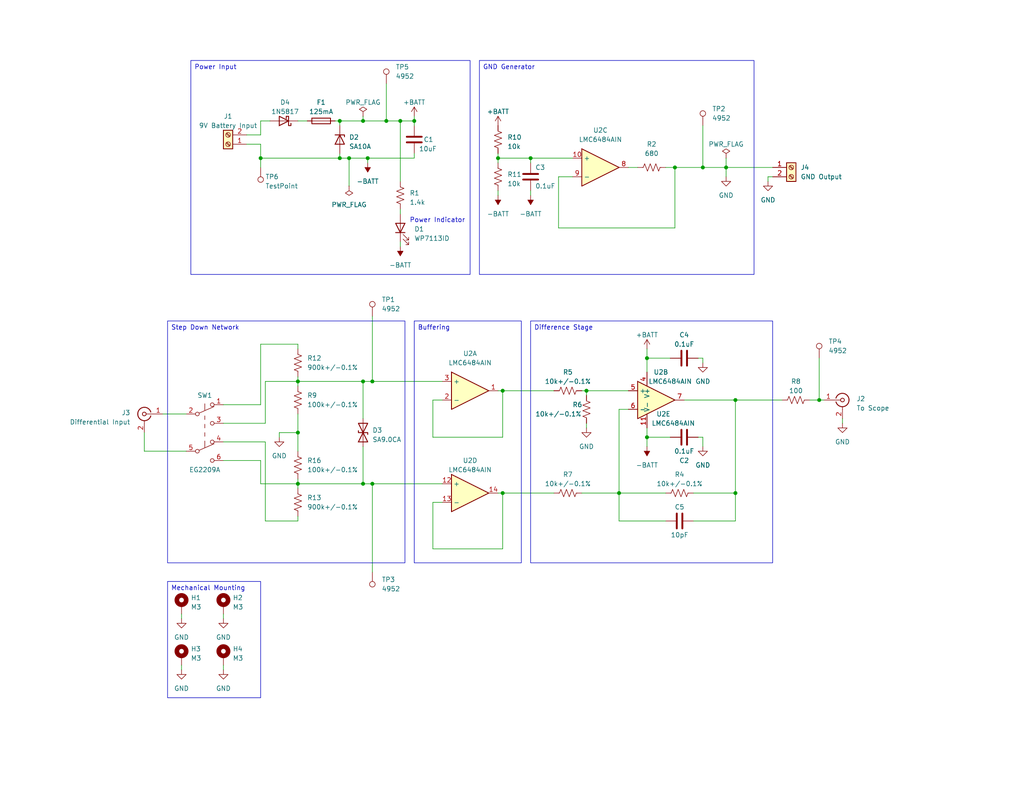
<source format=kicad_sch>
(kicad_sch (version 20230121) (generator eeschema)
  (paper "A")
  (title_block (title "Basic Diff Probe") (date "2023-09-04") (rev "1") (comment 1 "Designed by Marek Newton"))
  (lib_symbols
    (symbol "Connector:Conn_Coaxial" (pin_names (offset 1.016) hide)
      (property "Reference" "J" (at 0.254 3.048 0))
      (property "Value" "Conn_Coaxial" (at 2.921 0 90))
      (symbol "Conn_Coaxial_0_1"
        (arc (start -1.778 -0.508) (mid 0.2311 -1.8066) (end 1.778 0) (stroke (width 0.254)))
        (polyline (pts (xy -2.54 0) (xy -0.508 0)))
        (polyline (pts (xy 0 -2.54) (xy 0 -1.778)))
        (circle (center 0 0) (radius 0.508) (stroke (width 0.2032)))
        (arc (start 1.778 0) (mid 0.2099 1.8101) (end -1.778 0.508) (stroke (width 0.254)))
      )
      (symbol "Conn_Coaxial_1_1"
        (pin passive line (at -5.08 0 0) (length 2.54) (name "In") (number "1"))
        (pin passive line (at 0 -5.08 90) (length 2.54) (name "Ext") (number "2"))
      )
    )
    (symbol "Connector:Screw_Terminal_01x02" (pin_names (offset 1.016) hide)
      (property "Reference" "J" (at 0 2.54 0))
      (property "Value" "Screw_Terminal_01x02" (at 0 -5.08 0))
      (symbol "Screw_Terminal_01x02_1_1"
        (rectangle (start -1.27 1.27) (end 1.27 -3.81) (stroke (width 0.254)) (fill (type background)))
        (circle (center 0 -2.54) (radius 0.635) (stroke (width 0.1524)))
        (polyline (pts (xy -0.5334 -2.2098) (xy 0.3302 -3.048)) (stroke (width 0.1524)))
        (polyline (pts (xy -0.5334 0.3302) (xy 0.3302 -0.508)) (stroke (width 0.1524)))
        (polyline (pts (xy -0.3556 -2.032) (xy 0.508 -2.8702)) (stroke (width 0.1524)))
        (polyline (pts (xy -0.3556 0.508) (xy 0.508 -0.3302)) (stroke (width 0.1524)))
        (circle (center 0 0) (radius 0.635) (stroke (width 0.1524)))
        (pin passive line (at -5.08 0 0) (length 3.81) (name "Pin_1") (number "1"))
        (pin passive line (at -5.08 -2.54 0) (length 3.81) (name "Pin_2") (number "2"))
      )
    )
    (symbol "Connector:TestPoint" (pin_numbers hide) (pin_names (offset 0.762) hide)
      (property "Reference" "TP" (at 0 6.858 0))
      (property "Value" "TestPoint" (at 0 5.08 0))
      (symbol "TestPoint_0_1"
        (circle (center 0 3.302) (radius 0.762))
      )
      (symbol "TestPoint_1_1"
        (pin passive line (at 0 0 90) (length 2.54) (name "1") (number "1"))
      )
    )
    (symbol "Device:C" (pin_numbers hide) (pin_names (offset 0.254))
      (property "Reference" "C" (at 0.635 2.54 0))
      (property "Value" "C" (at 0.635 -2.54 0))
      (symbol "C_0_1"
        (polyline (pts (xy -2.032 -0.762) (xy 2.032 -0.762)) (stroke (width 0.508)))
        (polyline (pts (xy -2.032 0.762) (xy 2.032 0.762)) (stroke (width 0.508)))
      )
      (symbol "C_1_1"
        (pin passive line (at 0 3.81 270) (length 2.794) (name "~") (number "1"))
        (pin passive line (at 0 -3.81 90) (length 2.794) (name "~") (number "2"))
      )
    )
    (symbol "Device:D_TVS" (pin_numbers hide) (pin_names (offset 1.016) hide)
      (property "Reference" "D" (at 0 2.54 0))
      (property "Value" "D_TVS" (at 0 -2.54 0))
      (symbol "D_TVS_0_1"
        (polyline (pts (xy 1.27 0) (xy -1.27 0)))
        (polyline (pts (xy 0.508 1.27) (xy 0 1.27) (xy 0 -1.27) (xy -0.508 -1.27)) (stroke (width 0.254)))
        (polyline (pts (xy -2.54 1.27) (xy -2.54 -1.27) (xy 2.54 1.27) (xy 2.54 -1.27) (xy -2.54 1.27)) (stroke (width 0.254)))
      )
      (symbol "D_TVS_1_1"
        (pin passive line (at -3.81 0 0) (length 2.54) (name "A1") (number "1"))
        (pin passive line (at 3.81 0 180) (length 2.54) (name "A2") (number "2"))
      )
    )
    (symbol "Device:D_Zener" (pin_numbers hide) (pin_names (offset 1.016) hide)
      (property "Reference" "D" (at 0 2.54 0))
      (property "Value" "D_Zener" (at 0 -2.54 0))
      (symbol "D_Zener_0_1"
        (polyline (pts (xy 1.27 0) (xy -1.27 0)))
        (polyline (pts (xy -1.27 -1.27) (xy -1.27 1.27) (xy -0.762 1.27)) (stroke (width 0.254)))
        (polyline (pts (xy 1.27 -1.27) (xy 1.27 1.27) (xy -1.27 0) (xy 1.27 -1.27)) (stroke (width 0.254)))
      )
      (symbol "D_Zener_1_1"
        (pin passive line (at -3.81 0 0) (length 2.54) (name "K") (number "1"))
        (pin passive line (at 3.81 0 180) (length 2.54) (name "A") (number "2"))
      )
    )
    (symbol "Device:Fuse" (pin_numbers hide) (pin_names (offset 0))
      (property "Reference" "F" (at 2.032 0 90))
      (property "Value" "Fuse" (at -1.905 0 90))
      (symbol "Fuse_0_1"
        (rectangle (start -0.762 -2.54) (end 0.762 2.54) (stroke (width 0.254)))
        (polyline (pts (xy 0 2.54) (xy 0 -2.54)))
      )
      (symbol "Fuse_1_1"
        (pin passive line (at 0 3.81 270) (length 1.27) (name "~") (number "1"))
        (pin passive line (at 0 -3.81 90) (length 1.27) (name "~") (number "2"))
      )
    )
    (symbol "Device:LED" (pin_numbers hide) (pin_names (offset 1.016) hide)
      (property "Reference" "D" (at 0 2.54 0))
      (property "Value" "LED" (at 0 -2.54 0))
      (symbol "LED_0_1"
        (polyline (pts (xy -1.27 -1.27) (xy -1.27 1.27)) (stroke (width 0.254)))
        (polyline (pts (xy -1.27 0) (xy 1.27 0)))
        (polyline (pts (xy 1.27 -1.27) (xy 1.27 1.27) (xy -1.27 0) (xy 1.27 -1.27)) (stroke (width 0.254)))
        (polyline (pts (xy -3.048 -0.762) (xy -4.572 -2.286) (xy -3.81 -2.286) (xy -4.572 -2.286) (xy -4.572 -1.524)))
        (polyline (pts (xy -1.778 -0.762) (xy -3.302 -2.286) (xy -2.54 -2.286) (xy -3.302 -2.286) (xy -3.302 -1.524)))
      )
      (symbol "LED_1_1"
        (pin passive line (at -3.81 0 0) (length 2.54) (name "K") (number "1"))
        (pin passive line (at 3.81 0 180) (length 2.54) (name "A") (number "2"))
      )
    )
    (symbol "Device:Opamp_Quad"
      (property "Reference" "U" (at 0 5.08 0))
      (property "Value" "Opamp_Quad" (at 0 -5.08 0))
      (symbol "Opamp_Quad_1_1"
        (polyline (pts (xy -5.08 5.08) (xy 5.08 0) (xy -5.08 -5.08) (xy -5.08 5.08)) (stroke (width 0.254)) (fill (type background)))
        (pin output line (at 7.62 0 180) (length 2.54) (name "~") (number "1"))
        (pin input line (at -7.62 -2.54 0) (length 2.54) (name "-") (number "2"))
        (pin input line (at -7.62 2.54 0) (length 2.54) (name "+") (number "3"))
      )
      (symbol "Opamp_Quad_2_1"
        (polyline (pts (xy -5.08 5.08) (xy 5.08 0) (xy -5.08 -5.08) (xy -5.08 5.08)) (stroke (width 0.254)) (fill (type background)))
        (pin input line (at -7.62 2.54 0) (length 2.54) (name "+") (number "5"))
        (pin input line (at -7.62 -2.54 0) (length 2.54) (name "-") (number "6"))
        (pin output line (at 7.62 0 180) (length 2.54) (name "~") (number "7"))
      )
      (symbol "Opamp_Quad_3_1"
        (polyline (pts (xy -5.08 5.08) (xy 5.08 0) (xy -5.08 -5.08) (xy -5.08 5.08)) (stroke (width 0.254)) (fill (type background)))
        (pin input line (at -7.62 2.54 0) (length 2.54) (name "+") (number "10"))
        (pin output line (at 7.62 0 180) (length 2.54) (name "~") (number "8"))
        (pin input line (at -7.62 -2.54 0) (length 2.54) (name "-") (number "9"))
      )
      (symbol "Opamp_Quad_4_1"
        (polyline (pts (xy -5.08 5.08) (xy 5.08 0) (xy -5.08 -5.08) (xy -5.08 5.08)) (stroke (width 0.254)) (fill (type background)))
        (pin input line (at -7.62 2.54 0) (length 2.54) (name "+") (number "12"))
        (pin input line (at -7.62 -2.54 0) (length 2.54) (name "-") (number "13"))
        (pin output line (at 7.62 0 180) (length 2.54) (name "~") (number "14"))
      )
      (symbol "Opamp_Quad_5_1"
        (pin power_in line (at -2.54 -7.62 90) (length 3.81) (name "V-") (number "11"))
        (pin power_in line (at -2.54 7.62 270) (length 3.81) (name "V+") (number "4"))
      )
    )
    (symbol "Device:R_US" (pin_numbers hide) (pin_names (offset 0))
      (property "Reference" "R" (at 2.54 0 90))
      (property "Value" "R_US" (at -2.54 0 90))
      (symbol "R_US_0_1"
        (polyline (pts (xy 0 -2.286) (xy 0 -2.54)))
        (polyline (pts (xy 0 2.286) (xy 0 2.54)))
        (polyline (pts (xy 0 -0.762) (xy 1.016 -1.143) (xy 0 -1.524) (xy -1.016 -1.905) (xy 0 -2.286)))
        (polyline (pts (xy 0 0.762) (xy 1.016 0.381) (xy 0 0) (xy -1.016 -0.381) (xy 0 -0.762)))
        (polyline (pts (xy 0 2.286) (xy 1.016 1.905) (xy 0 1.524) (xy -1.016 1.143) (xy 0 0.762)))
      )
      (symbol "R_US_1_1"
        (pin passive line (at 0 3.81 270) (length 1.27) (name "~") (number "1"))
        (pin passive line (at 0 -3.81 90) (length 1.27) (name "~") (number "2"))
      )
    )
    (symbol "Diode:1N5817" (pin_numbers hide) (pin_names (offset 1.016) hide)
      (property "Reference" "D" (at 0 2.54 0))
      (property "Value" "1N5817" (at 0 -2.54 0))
      (symbol "1N5817_0_1"
        (polyline (pts (xy 1.27 0) (xy -1.27 0)))
        (polyline (pts (xy 1.27 1.27) (xy 1.27 -1.27) (xy -1.27 0) (xy 1.27 1.27)) (stroke (width 0.254)))
        (polyline (pts (xy -1.905 0.635) (xy -1.905 1.27) (xy -1.27 1.27) (xy -1.27 -1.27) (xy -0.635 -1.27) (xy -0.635 -0.635)) (stroke (width 0.254)))
      )
      (symbol "1N5817_1_1"
        (pin passive line (at -3.81 0 0) (length 2.54) (name "K") (number "1"))
        (pin passive line (at 3.81 0 180) (length 2.54) (name "A") (number "2"))
      )
    )
    (symbol "Mechanical:MountingHole_Pad" (pin_numbers hide) (pin_names (offset 1.016) hide)
      (property "Reference" "H" (at 0 6.35 0))
      (property "Value" "MountingHole_Pad" (at 0 4.445 0))
      (symbol "MountingHole_Pad_0_1"
        (circle (center 0 1.27) (radius 1.27) (stroke (width 1.27)))
      )
      (symbol "MountingHole_Pad_1_1"
        (pin input line (at 0 -2.54 90) (length 2.54) (name "1") (number "1"))
      )
    )
    (symbol "Switch:SW_Push_DPDT" (pin_names (offset 0) hide)
      (property "Reference" "SW" (at 0 8.89 0))
      (property "Value" "SW_Push_DPDT" (at 0 -10.16 0))
      (symbol "SW_Push_DPDT_0_0"
        (circle (center -2.032 -5.08) (radius 0.508))
        (circle (center -2.032 5.08) (radius 0.508))
        (circle (center 2.032 -7.62) (radius 0.508))
        (circle (center 2.032 2.54) (radius 0.508))
      )
      (symbol "SW_Push_DPDT_0_1"
        (polyline (pts (xy -1.524 -4.826) (xy 2.54 -3.048)))
        (polyline (pts (xy -1.524 5.334) (xy 2.54 7.112)))
        (polyline (pts (xy 0 -2.286) (xy 0 -4.064)))
        (polyline (pts (xy 0 -1.016) (xy 0 0)))
        (polyline (pts (xy 0 1.27) (xy 0 2.286)))
        (polyline (pts (xy 0 3.556) (xy 0 4.572)))
        (polyline (pts (xy 0 7.874) (xy 0 6.096)))
        (circle (center 2.032 -2.54) (radius 0.508))
        (circle (center 2.032 7.62) (radius 0.508))
      )
      (symbol "SW_Push_DPDT_1_1"
        (pin passive line (at 5.08 7.62 180) (length 2.54) (name "A") (number "1"))
        (pin passive line (at -5.08 5.08 0) (length 2.54) (name "B") (number "2"))
        (pin passive line (at 5.08 2.54 180) (length 2.54) (name "C") (number "3"))
        (pin passive line (at 5.08 -2.54 180) (length 2.54) (name "A") (number "4"))
        (pin passive line (at -5.08 -5.08 0) (length 2.54) (name "B") (number "5"))
        (pin passive line (at 5.08 -7.62 180) (length 2.54) (name "C") (number "6"))
      )
    )
    (symbol "power:+BATT" (power) (pin_names (offset 0))
      (property "Value" "+BATT" (at 0 3.556 0))
      (symbol "+BATT_0_1"
        (polyline (pts (xy -0.762 1.27) (xy 0 2.54)))
        (polyline (pts (xy 0 0) (xy 0 2.54)))
        (polyline (pts (xy 0 2.54) (xy 0.762 1.27)))
      )
      (symbol "+BATT_1_1"
        (pin power_in line (at 0 0 90) (length 0) hide (name "+BATT") (number "1"))
      )
    )
    (symbol "power:-BATT" (power) (pin_names (offset 0))
      (property "Value" "-BATT" (at 0 3.556 0))
      (symbol "-BATT_0_1"
        (polyline (pts (xy 0 0) (xy 0 2.54)))
        (polyline (pts (xy 0.762 1.27) (xy -0.762 1.27) (xy 0 2.54) (xy 0.762 1.27)) (fill (type outline)))
      )
      (symbol "-BATT_1_1"
        (pin power_in line (at 0 0 90) (length 0) hide (name "-BATT") (number "1"))
      )
    )
    (symbol "power:GND" (power) (pin_names (offset 0))
      (property "Value" "GND" (at 0 -3.81 0))
      (symbol "GND_0_1"
        (polyline (pts (xy 0 0) (xy 0 -1.27) (xy 1.27 -1.27) (xy 0 -2.54) (xy -1.27 -1.27) (xy 0 -1.27)))
      )
      (symbol "GND_1_1"
        (pin power_in line (at 0 0 270) (length 0) hide (name "GND") (number "1"))
      )
    )
    (symbol "power:PWR_FLAG" (power) (pin_numbers hide) (pin_names (offset 0) hide)
      (property "Value" "PWR_FLAG" (at 0 3.81 0))
      (symbol "PWR_FLAG_0_0"
        (pin power_out line (at 0 0 90) (length 0) (name "pwr") (number "1"))
      )
      (symbol "PWR_FLAG_0_1"
        (polyline (pts (xy 0 0) (xy 0 1.27) (xy -1.016 1.905) (xy 0 2.54) (xy 1.016 1.905) (xy 0 1.27)))
      )
    )
  )
  (junction (at 137.16 134.62))
  (junction (at 105.41 33.02))
  (junction (at 92.71 33.02))
  (junction (at 99.06 33.02))
  (junction (at 200.66 109.22))
  (junction (at 81.28 104.14))
  (junction (at 99.06 132.08))
  (junction (at 113.03 33.02))
  (junction (at 92.71 43.18))
  (junction (at 135.89 43.18))
  (junction (at 81.28 118.11))
  (junction (at 95.25 43.18))
  (junction (at 168.91 134.62))
  (junction (at 101.6 132.08))
  (junction (at 176.53 97.79))
  (junction (at 99.06 104.14))
  (junction (at 137.16 106.68))
  (junction (at 109.22 33.02))
  (junction (at 184.15 45.72))
  (junction (at 200.66 134.62))
  (junction (at 71.12 43.18))
  (junction (at 191.77 45.72))
  (junction (at 100.33 43.18))
  (junction (at 198.12 45.72))
  (junction (at 160.02 106.68))
  (junction (at 176.53 119.38))
  (junction (at 144.78 43.18))
  (junction (at 81.28 132.08))
  (junction (at 223.52 109.22))
  (junction (at 101.6 104.14))
  (wire (pts (xy 67.31 36.83) (xy 71.12 36.83)))
  (wire (pts (xy 76.2 118.11) (xy 81.28 118.11)))
  (wire (pts (xy 60.96 120.65) (xy 72.39 120.65)))
  (wire (pts (xy 152.4 62.23) (xy 184.15 62.23)))
  (wire (pts (xy 81.28 113.03) (xy 81.28 118.11)))
  (wire (pts (xy 101.6 132.08) (xy 120.65 132.08)))
  (wire (pts (xy 81.28 102.87) (xy 81.28 104.14)))
  (wire (pts (xy 118.11 137.16) (xy 118.11 149.86)))
  (wire (pts (xy 135.89 106.68) (xy 137.16 106.68)))
  (wire (pts (xy 135.89 43.18) (xy 135.89 44.45)))
  (wire (pts (xy 81.28 33.02) (xy 83.82 33.02)))
  (wire (pts (xy 81.28 132.08) (xy 99.06 132.08)))
  (wire (pts (xy 71.12 93.98) (xy 81.28 93.98)))
  (wire (pts (xy 72.39 104.14) (xy 81.28 104.14)))
  (wire (pts (xy 191.77 121.92) (xy 191.77 119.38)))
  (wire (pts (xy 71.12 33.02) (xy 73.66 33.02)))
  (wire (pts (xy 99.06 104.14) (xy 101.6 104.14)))
  (wire (pts (xy 71.12 43.18) (xy 71.12 45.72)))
  (wire (pts (xy 137.16 119.38) (xy 137.16 106.68)))
  (wire (pts (xy 152.4 48.26) (xy 152.4 62.23)))
  (wire (pts (xy 181.61 45.72) (xy 184.15 45.72)))
  (wire (pts (xy 158.75 106.68) (xy 160.02 106.68)))
  (wire (pts (xy 71.12 33.02) (xy 71.12 36.83)))
  (wire (pts (xy 160.02 115.57) (xy 160.02 116.84)))
  (wire (pts (xy 81.28 142.24) (xy 81.28 140.97)))
  (wire (pts (xy 76.2 119.38) (xy 76.2 118.11)))
  (wire (pts (xy 95.25 43.18) (xy 92.71 43.18)))
  (wire (pts (xy 71.12 110.49) (xy 71.12 93.98)))
  (wire (pts (xy 72.39 115.57) (xy 72.39 104.14)))
  (wire (pts (xy 168.91 111.76) (xy 168.91 134.62)))
  (wire (pts (xy 95.25 43.18) (xy 95.25 50.8)))
  (wire (pts (xy 198.12 45.72) (xy 210.82 45.72)))
  (wire (pts (xy 105.41 33.02) (xy 109.22 33.02)))
  (wire (pts (xy 171.45 111.76) (xy 168.91 111.76)))
  (wire (pts (xy 81.28 104.14) (xy 99.06 104.14)))
  (wire (pts (xy 39.37 118.11) (xy 39.37 123.19)))
  (wire (pts (xy 81.28 132.08) (xy 81.28 133.35)))
  (wire (pts (xy 120.65 137.16) (xy 118.11 137.16)))
  (wire (pts (xy 135.89 43.18) (xy 144.78 43.18)))
  (wire (pts (xy 71.12 132.08) (xy 71.12 125.73)))
  (wire (pts (xy 91.44 33.02) (xy 92.71 33.02)))
  (wire (pts (xy 81.28 130.81) (xy 81.28 132.08)))
  (wire (pts (xy 92.71 41.91) (xy 92.71 43.18)))
  (wire (pts (xy 109.22 33.02) (xy 113.03 33.02)))
  (wire (pts (xy 113.03 43.18) (xy 100.33 43.18)))
  (wire (pts (xy 144.78 43.18) (xy 156.21 43.18)))
  (wire (pts (xy 99.06 121.92) (xy 99.06 132.08)))
  (wire (pts (xy 168.91 134.62) (xy 168.91 142.24)))
  (wire (pts (xy 184.15 45.72) (xy 191.77 45.72)))
  (wire (pts (xy 223.52 109.22) (xy 224.79 109.22)))
  (wire (pts (xy 200.66 142.24) (xy 200.66 134.62)))
  (wire (pts (xy 176.53 116.84) (xy 176.53 119.38)))
  (wire (pts (xy 135.89 134.62) (xy 137.16 134.62)))
  (wire (pts (xy 135.89 52.07) (xy 135.89 53.34)))
  (wire (pts (xy 92.71 33.02) (xy 92.71 34.29)))
  (wire (pts (xy 81.28 104.14) (xy 81.28 105.41)))
  (wire (pts (xy 109.22 33.02) (xy 109.22 49.53)))
  (wire (pts (xy 120.65 109.22) (xy 118.11 109.22)))
  (wire (pts (xy 113.03 34.29) (xy 113.03 33.02)))
  (wire (pts (xy 191.77 119.38) (xy 190.5 119.38)))
  (wire (pts (xy 171.45 45.72) (xy 173.99 45.72)))
  (wire (pts (xy 176.53 119.38) (xy 176.53 121.92)))
  (wire (pts (xy 168.91 134.62) (xy 181.61 134.62)))
  (wire (pts (xy 220.98 109.22) (xy 223.52 109.22)))
  (wire (pts (xy 99.06 104.14) (xy 99.06 114.3)))
  (wire (pts (xy 60.96 181.61) (xy 60.96 182.88)))
  (wire (pts (xy 156.21 48.26) (xy 152.4 48.26)))
  (wire (pts (xy 118.11 119.38) (xy 137.16 119.38)))
  (wire (pts (xy 92.71 43.18) (xy 71.12 43.18)))
  (wire (pts (xy 81.28 132.08) (xy 71.12 132.08)))
  (wire (pts (xy 113.03 41.91) (xy 113.03 43.18)))
  (wire (pts (xy 72.39 120.65) (xy 72.39 142.24)))
  (wire (pts (xy 189.23 134.62) (xy 200.66 134.62)))
  (wire (pts (xy 191.77 99.06) (xy 191.77 97.79)))
  (wire (pts (xy 39.37 123.19) (xy 50.8 123.19)))
  (wire (pts (xy 81.28 118.11) (xy 81.28 123.19)))
  (wire (pts (xy 99.06 33.02) (xy 105.41 33.02)))
  (wire (pts (xy 92.71 33.02) (xy 99.06 33.02)))
  (wire (pts (xy 137.16 149.86) (xy 137.16 134.62)))
  (wire (pts (xy 100.33 43.18) (xy 95.25 43.18)))
  (wire (pts (xy 223.52 97.79) (xy 223.52 109.22)))
  (wire (pts (xy 60.96 167.64) (xy 60.96 168.91)))
  (wire (pts (xy 198.12 48.26) (xy 198.12 45.72)))
  (wire (pts (xy 176.53 97.79) (xy 182.88 97.79)))
  (wire (pts (xy 200.66 109.22) (xy 213.36 109.22)))
  (wire (pts (xy 184.15 45.72) (xy 184.15 62.23)))
  (wire (pts (xy 99.06 132.08) (xy 101.6 132.08)))
  (wire (pts (xy 186.69 109.22) (xy 200.66 109.22)))
  (wire (pts (xy 176.53 95.25) (xy 176.53 97.79)))
  (wire (pts (xy 168.91 142.24) (xy 181.61 142.24)))
  (wire (pts (xy 135.89 41.91) (xy 135.89 43.18)))
  (wire (pts (xy 158.75 134.62) (xy 168.91 134.62)))
  (wire (pts (xy 101.6 86.36) (xy 101.6 104.14)))
  (wire (pts (xy 137.16 134.62) (xy 151.13 134.62)))
  (wire (pts (xy 67.31 39.37) (xy 71.12 39.37)))
  (wire (pts (xy 60.96 115.57) (xy 72.39 115.57)))
  (wire (pts (xy 101.6 104.14) (xy 120.65 104.14)))
  (wire (pts (xy 189.23 142.24) (xy 200.66 142.24)))
  (wire (pts (xy 49.53 181.61) (xy 49.53 182.88)))
  (wire (pts (xy 60.96 125.73) (xy 71.12 125.73)))
  (wire (pts (xy 198.12 43.18) (xy 198.12 45.72)))
  (wire (pts (xy 176.53 97.79) (xy 176.53 101.6)))
  (wire (pts (xy 191.77 34.29) (xy 191.77 45.72)))
  (wire (pts (xy 49.53 167.64) (xy 49.53 168.91)))
  (wire (pts (xy 118.11 109.22) (xy 118.11 119.38)))
  (wire (pts (xy 44.45 113.03) (xy 50.8 113.03)))
  (wire (pts (xy 105.41 22.86) (xy 105.41 33.02)))
  (wire (pts (xy 144.78 52.07) (xy 144.78 53.34)))
  (wire (pts (xy 137.16 106.68) (xy 151.13 106.68)))
  (wire (pts (xy 109.22 67.31) (xy 109.22 66.04)))
  (wire (pts (xy 60.96 110.49) (xy 71.12 110.49)))
  (wire (pts (xy 99.06 31.75) (xy 99.06 33.02)))
  (wire (pts (xy 144.78 43.18) (xy 144.78 44.45)))
  (wire (pts (xy 118.11 149.86) (xy 137.16 149.86)))
  (wire (pts (xy 190.5 97.79) (xy 191.77 97.79)))
  (wire (pts (xy 200.66 134.62) (xy 200.66 109.22)))
  (wire (pts (xy 160.02 106.68) (xy 160.02 107.95)))
  (wire (pts (xy 229.87 114.3) (xy 229.87 115.57)))
  (wire (pts (xy 100.33 43.18) (xy 100.33 44.45)))
  (wire (pts (xy 209.55 48.26) (xy 209.55 49.53)))
  (wire (pts (xy 72.39 142.24) (xy 81.28 142.24)))
  (wire (pts (xy 191.77 45.72) (xy 198.12 45.72)))
  (wire (pts (xy 71.12 39.37) (xy 71.12 43.18)))
  (wire (pts (xy 160.02 106.68) (xy 171.45 106.68)))
  (wire (pts (xy 210.82 48.26) (xy 209.55 48.26)))
  (wire (pts (xy 81.28 93.98) (xy 81.28 95.25)))
  (wire (pts (xy 101.6 132.08) (xy 101.6 156.21)))
  (wire (pts (xy 182.88 119.38) (xy 176.53 119.38)))
  (wire (pts (xy 113.03 31.75) (xy 113.03 33.02)))
  (wire (pts (xy 109.22 58.42) (xy 109.22 57.15)))
  (text_box "Buffering" (at 113.03 87.63 0) (size 29.21 66.04) (effects (font (size 1.27 1.27)) (justify left top)))
  (text_box "GND Generator" (at 130.81 16.51 0) (size 74.93 58.42) (effects (font (size 1.27 1.27)) (justify left top)))
  (text_box "Power Input" (at 52.07 16.51 0) (size 76.2 58.42) (effects (font (size 1.27 1.27)) (justify left top)))
  (text_box "Step Down Network" (at 45.72 87.63 0) (size 64.77 66.04) (effects (font (size 1.27 1.27)) (justify left top)))
  (text_box "Mechanical Mounting" (at 45.72 158.75 0) (size 25.4 31.75) (effects (font (size 1.27 1.27)) (justify left top)))
  (text_box "Difference Stage" (at 144.78 87.63 0) (size 66.04 66.04) (effects (font (size 1.27 1.27)) (justify left top)))
  (text "Power Indicator" (at 111.76 60.96 0) (effects (font (size 1.27 1.27)) (justify left bottom)))
  (symbol (lib_id "power:-BATT") (at 109.22 67.31 180) (unit 1)
    (property "Reference" "#PWR03" (effects hide))
    (property "Value" "-BATT" (at 109.22 72.39 0))
  )
  (symbol (lib_id "power:-BATT") (at 100.33 44.45 180) (unit 1)
    (property "Reference" "#PWR015" (effects hide))
    (property "Value" "-BATT" (at 100.33 49.53 0))
  )
  (symbol (lib_id "power:-BATT") (at 176.53 121.92 180) (unit 1)
    (property "Reference" "#PWR010" (effects hide))
    (property "Value" "-BATT" (at 176.53 127 0))
  )
  (symbol (lib_id "Switch:SW_Push_DPDT") (at 55.88 118.11 0) (unit 1)
    (property "Reference" "SW1" (at 55.88 107.95 0))
    (property "Value" "EG2209A" (at 55.88 128.27 0))
    (property "Footprint" "Diff_Probe_Parts:SW_EG2209A" (effects hide))
  )
  (symbol (lib_id "Device:Opamp_Quad") (at 128.27 106.68 0) (unit 1)
    (property "Reference" "U2" (at 128.27 96.52 0))
    (property "Value" "LMC6484AIN" (at 128.27 99.06 0))
    (property "Footprint" "Package_DIP:DIP-14_W7.62mm" (effects hide))
  )
  (symbol (lib_id "power:-BATT") (at 135.89 53.34 180) (unit 1)
    (property "Reference" "#PWR016" (effects hide))
    (property "Value" "-BATT" (at 135.89 58.42 0))
  )
  (symbol (lib_id "Connector:Conn_Coaxial") (at 229.87 109.22 0) (unit 1)
    (property "Reference" "J2" (at 233.68 108.8782 0) (effects (justify left)))
    (property "Value" "To Scope" (at 233.68 111.4182 0) (effects (justify left)))
    (property "Footprint" "Connector_Coaxial:BNC_Amphenol_031-5539_Vertical" (effects hide))
    (property "Datasheet" " ~" (effects hide))
  )
  (symbol (lib_id "Connector:TestPoint") (at 71.12 45.72 180) (unit 1)
    (property "Reference" "TP6" (at 72.39 48.26 0) (effects (justify right)))
    (property "Value" "TestPoint" (at 72.39 50.8 0) (effects (justify right)))
    (property "Footprint" "TestPoint:TestPoint_THTPad_2.5x2.5mm_Drill1.2mm" (effects hide))
  )
  (symbol (lib_id "Device:R_US") (at 109.22 53.34 0) (unit 1)
    (property "Reference" "R1" (at 111.76 52.705 0) (effects (justify left)))
    (property "Value" "1.4k" (at 111.76 55.245 0) (effects (justify left)))
    (property "Footprint" "Resistor_THT:R_Axial_DIN0207_L6.3mm_D2.5mm_P7.62mm_Horizontal" (effects hide))
  )
  (symbol (lib_id "Connector:TestPoint") (at 105.41 22.86 0) (unit 1)
    (property "Reference" "TP5" (at 107.95 18.288 0) (effects (justify left)))
    (property "Value" "4952" (at 107.95 20.828 0) (effects (justify left)))
    (property "Footprint" "TestPoint:TestPoint_THTPad_2.5x2.5mm_Drill1.2mm" (effects hide))
  )
  (symbol (lib_id "Device:C") (at 185.42 142.24 90) (unit 1)
    (property "Reference" "C5" (at 185.42 138.43 90))
    (property "Value" "10pF" (at 185.42 146.05 90))
    (property "Footprint" "Capacitor_THT:C_Disc_D6.0mm_W2.5mm_P5.00mm" (effects hide))
  )
  (symbol (lib_id "Device:R_US") (at 177.8 45.72 90) (unit 1)
    (property "Reference" "R2" (at 177.8 39.37 90))
    (property "Value" "680" (at 177.8 41.91 90))
    (property "Footprint" "Resistor_THT:R_Axial_DIN0207_L6.3mm_D2.5mm_P7.62mm_Horizontal" (effects hide))
  )
  (symbol (lib_id "Mechanical:MountingHole_Pad") (at 49.53 179.07 0) (unit 1)
    (property "Reference" "H3" (at 52.07 177.165 0) (effects (justify left)))
    (property "Value" "M3" (at 52.07 179.705 0) (effects (justify left)))
    (property "Footprint" "MountingHole:MountingHole_3.2mm_M3_Pad_Via" (effects hide))
  )
  (symbol (lib_id "Device:Opamp_Quad") (at 128.27 134.62 0) (unit 4)
    (property "Reference" "U2" (at 128.27 125.73 0))
    (property "Value" "LMC6484AIN" (at 128.27 128.27 0))
    (property "Footprint" "Package_DIP:DIP-14_W7.62mm" (effects hide))
  )
  (symbol (lib_id "Device:R_US") (at 81.28 99.06 0) (unit 1)
    (property "Reference" "R12" (at 83.82 97.79 0) (effects (justify left)))
    (property "Value" "900k+/-0.1%" (at 83.82 100.33 0) (effects (justify left)))
    (property "Footprint" "Resistor_THT:R_Axial_DIN0207_L6.3mm_D2.5mm_P7.62mm_Horizontal" (effects hide))
  )
  (symbol (lib_id "Connector:TestPoint") (at 101.6 156.21 180) (unit 1)
    (property "Reference" "TP3" (at 104.14 158.242 0) (effects (justify right)))
    (property "Value" "4952" (at 104.14 160.782 0) (effects (justify right)))
    (property "Footprint" "TestPoint:TestPoint_THTPad_2.5x2.5mm_Drill1.2mm" (effects hide))
  )
  (symbol (lib_id "power:PWR_FLAG") (at 99.06 31.75 0) (unit 1)
    (property "Reference" "#FLG01" (effects hide))
    (property "Value" "PWR_FLAG" (at 99.06 27.94 0))
  )
  (symbol (lib_id "power:GND") (at 76.2 119.38 0) (unit 1)
    (property "Reference" "#PWR017" (effects hide))
    (property "Value" "GND" (at 76.2 124.46 0))
  )
  (symbol (lib_id "power:PWR_FLAG") (at 198.12 43.18 0) (unit 1)
    (property "Reference" "#FLG03" (effects hide))
    (property "Value" "PWR_FLAG" (at 198.12 39.37 0))
  )
  (symbol (lib_id "Connector:Screw_Terminal_01x02") (at 62.23 39.37 180) (unit 1)
    (property "Reference" "J1" (at 62.23 31.75 0))
    (property "Value" "9V Battery Input" (at 62.23 34.29 0))
    (property "Footprint" "TerminalBlock_Phoenix:TerminalBlock_Phoenix_MKDS-1,5-2-5.08_1x02_P5.08mm_Horizontal" (effects hide))
  )
  (symbol (lib_id "Device:R_US") (at 81.28 127 0) (unit 1)
    (property "Reference" "R16" (at 83.82 125.73 0) (effects (justify left)))
    (property "Value" "100k+/-0.1%" (at 83.82 128.27 0) (effects (justify left)))
    (property "Footprint" "Resistor_THT:R_Axial_DIN0207_L6.3mm_D2.5mm_P7.62mm_Horizontal" (effects hide))
  )
  (symbol (lib_id "power:GND") (at 60.96 182.88 0) (unit 1)
    (property "Reference" "#PWR012" (effects hide))
    (property "Value" "GND" (at 60.96 187.96 0))
  )
  (symbol (lib_id "Device:D_Zener") (at 92.71 38.1 270) (unit 1)
    (property "Reference" "D2" (at 95.25 37.465 90) (effects (justify left)))
    (property "Value" "SA10A" (at 95.25 40.005 90) (effects (justify left)))
    (property "Footprint" "Diode_THT:D_DO-15_P10.16mm_Horizontal" (effects hide))
  )
  (symbol (lib_id "Device:C") (at 186.69 119.38 270) (mirror x) (unit 1)
    (property "Reference" "C2" (at 186.69 125.73 90))
    (property "Value" "0.1uF" (at 186.69 123.19 90))
    (property "Footprint" "Capacitor_THT:C_Disc_D6.0mm_W2.5mm_P5.00mm" (effects hide))
  )
  (symbol (lib_id "power:GND") (at 49.53 182.88 0) (unit 1)
    (property "Reference" "#PWR011" (effects hide))
    (property "Value" "GND" (at 49.53 187.96 0))
  )
  (symbol (lib_id "Mechanical:MountingHole_Pad") (at 49.53 165.1 0) (unit 1)
    (property "Reference" "H1" (at 52.07 163.195 0) (effects (justify left)))
    (property "Value" "M3" (at 52.07 165.735 0) (effects (justify left)))
    (property "Footprint" "MountingHole:MountingHole_3.2mm_M3_Pad_Via" (effects hide))
  )
  (symbol (lib_id "Device:R_US") (at 81.28 109.22 0) (unit 1)
    (property "Reference" "R9" (at 83.82 107.95 0) (effects (justify left)))
    (property "Value" "100k+/-0.1%" (at 83.82 110.49 0) (effects (justify left)))
    (property "Footprint" "Resistor_THT:R_Axial_DIN0207_L6.3mm_D2.5mm_P7.62mm_Horizontal" (effects hide))
  )
  (symbol (lib_id "Connector:Conn_Coaxial") (at 39.37 113.03 0) (mirror y) (unit 1)
    (property "Reference" "J3" (at 35.56 112.6882 0) (effects (justify left)))
    (property "Value" "Differential Input" (at 35.56 115.2282 0) (effects (justify left)))
    (property "Footprint" "Connector_Coaxial:BNC_Amphenol_031-5539_Vertical" (effects hide))
    (property "Datasheet" " ~" (effects hide))
  )
  (symbol (lib_id "Device:R_US") (at 135.89 48.26 0) (unit 1)
    (property "Reference" "R11" (at 138.43 47.625 0) (effects (justify left)))
    (property "Value" "10k" (at 138.43 50.165 0) (effects (justify left)))
    (property "Footprint" "Resistor_THT:R_Axial_DIN0207_L6.3mm_D2.5mm_P7.62mm_Horizontal" (effects hide))
  )
  (symbol (lib_id "Device:C") (at 144.78 48.26 0) (unit 1)
    (property "Reference" "C3" (at 146.05 45.72 0) (effects (justify left)))
    (property "Value" "0.1uF" (at 146.05 50.8 0) (effects (justify left)))
    (property "Footprint" "Capacitor_THT:C_Disc_D6.0mm_W2.5mm_P5.00mm" (effects hide))
  )
  (symbol (lib_id "power:GND") (at 209.55 49.53 0) (unit 1)
    (property "Reference" "#PWR019" (effects hide))
    (property "Value" "GND" (at 209.55 54.61 0))
  )
  (symbol (lib_id "Device:Opamp_Quad") (at 179.07 109.22 0) (unit 5)
    (property "Reference" "U2" (at 179.07 113.03 0) (effects (justify left)))
    (property "Value" "LMC6484AIN" (at 177.8 115.57 0) (effects (justify left)))
    (property "Footprint" "Package_DIP:DIP-14_W7.62mm" (effects hide))
  )
  (symbol (lib_id "power:GND") (at 160.02 116.84 0) (unit 1)
    (property "Reference" "#PWR013" (effects hide))
    (property "Value" "GND" (at 160.02 121.92 0))
  )
  (symbol (lib_id "Connector:TestPoint") (at 101.6 86.36 0) (unit 1)
    (property "Reference" "TP1" (at 104.14 81.788 0) (effects (justify left)))
    (property "Value" "4952" (at 104.14 84.328 0) (effects (justify left)))
    (property "Footprint" "TestPoint:TestPoint_THTPad_2.5x2.5mm_Drill1.2mm" (effects hide))
  )
  (symbol (lib_id "power:PWR_FLAG") (at 95.25 50.8 180) (unit 1)
    (property "Reference" "#FLG02" (effects hide))
    (property "Value" "PWR_FLAG" (at 95.25 55.88 0))
  )
  (symbol (lib_id "Device:Fuse") (at 87.63 33.02 90) (unit 1)
    (property "Reference" "F1" (at 87.63 27.94 90))
    (property "Value" "125mA" (at 87.63 30.48 90))
    (property "Footprint" "Fuse:Fuse_1206_3216Metric_Pad1.42x1.75mm_HandSolder" (effects hide))
  )
  (symbol (lib_id "Connector:TestPoint") (at 191.77 34.29 0) (unit 1)
    (property "Reference" "TP2" (at 194.31 29.718 0) (effects (justify left)))
    (property "Value" "4952" (at 194.31 32.258 0) (effects (justify left)))
    (property "Footprint" "TestPoint:TestPoint_THTPad_2.5x2.5mm_Drill1.2mm" (effects hide))
  )
  (symbol (lib_id "Device:D_TVS") (at 99.06 118.11 90) (unit 1)
    (property "Reference" "D3" (at 101.6 117.475 90) (effects (justify right)))
    (property "Value" "SA9.0CA" (at 101.6 120.015 90) (effects (justify right)))
    (property "Footprint" "Diode_THT:D_DO-15_P10.16mm_Horizontal" (effects hide))
  )
  (symbol (lib_id "Mechanical:MountingHole_Pad") (at 60.96 179.07 0) (unit 1)
    (property "Reference" "H4" (at 63.5 177.165 0) (effects (justify left)))
    (property "Value" "M3" (at 63.5 179.705 0) (effects (justify left)))
    (property "Footprint" "MountingHole:MountingHole_3.2mm_M3_Pad_Via" (effects hide))
  )
  (symbol (lib_id "Device:R_US") (at 81.28 137.16 0) (unit 1)
    (property "Reference" "R13" (at 83.82 135.89 0) (effects (justify left)))
    (property "Value" "900k+/-0.1%" (at 83.82 138.43 0) (effects (justify left)))
    (property "Footprint" "Resistor_THT:R_Axial_DIN0207_L6.3mm_D2.5mm_P7.62mm_Horizontal" (effects hide))
  )
  (symbol (lib_id "Connector:TestPoint") (at 223.52 97.79 0) (unit 1)
    (property "Reference" "TP4" (at 226.06 93.218 0) (effects (justify left)))
    (property "Value" "4952" (at 226.06 95.758 0) (effects (justify left)))
    (property "Footprint" "TestPoint:TestPoint_THTPad_2.5x2.5mm_Drill1.2mm" (effects hide))
  )
  (symbol (lib_id "power:GND") (at 191.77 99.06 0) (unit 1)
    (property "Reference" "#PWR04" (effects hide))
    (property "Value" "GND" (at 191.77 104.14 0))
  )
  (symbol (lib_id "power:+BATT") (at 176.53 95.25 0) (unit 1)
    (property "Reference" "#PWR05" (effects hide))
    (property "Value" "+BATT" (at 176.53 91.44 0))
  )
  (symbol (lib_id "Device:R_US") (at 185.42 134.62 90) (unit 1)
    (property "Reference" "R4" (at 185.42 129.54 90))
    (property "Value" "10k+/-0.1%" (at 185.42 132.08 90))
    (property "Footprint" "Resistor_THT:R_Axial_DIN0207_L6.3mm_D2.5mm_P7.62mm_Horizontal" (effects hide))
  )
  (symbol (lib_id "Device:C") (at 113.03 38.1 0) (unit 1)
    (property "Reference" "C1" (at 115.57 38.1 0) (effects (justify left)))
    (property "Value" "10uF" (at 114.3 40.64 0) (effects (justify left)))
    (property "Footprint" "Capacitor_THT:C_Disc_D6.0mm_W2.5mm_P5.00mm" (effects hide))
  )
  (symbol (lib_id "Device:R_US") (at 217.17 109.22 90) (unit 1)
    (property "Reference" "R8" (at 217.17 104.14 90))
    (property "Value" "100" (at 217.17 106.68 90))
    (property "Footprint" "Resistor_THT:R_Axial_DIN0207_L6.3mm_D2.5mm_P7.62mm_Horizontal" (effects hide))
  )
  (symbol (lib_id "Device:Opamp_Quad") (at 163.83 45.72 0) (unit 3)
    (property "Reference" "U2" (at 163.83 35.56 0))
    (property "Value" "LMC6484AIN" (at 163.83 38.1 0))
    (property "Footprint" "Package_DIP:DIP-14_W7.62mm" (effects hide))
  )
  (symbol (lib_id "power:+BATT") (at 135.89 34.29 0) (unit 1)
    (property "Reference" "#PWR08" (effects hide))
    (property "Value" "+BATT" (at 135.89 30.48 0))
  )
  (symbol (lib_id "Device:LED") (at 109.22 62.23 90) (unit 1)
    (property "Reference" "D1" (at 113.03 62.5475 90) (effects (justify right)))
    (property "Value" "WP7113ID" (at 113.03 65.0875 90) (effects (justify right)))
    (property "Footprint" "LED_THT:LED_D5.0mm" (effects hide))
  )
  (symbol (lib_id "power:GND") (at 60.96 168.91 0) (unit 1)
    (property "Reference" "#PWR09" (effects hide))
    (property "Value" "GND" (at 60.96 173.99 0))
  )
  (symbol (lib_id "Diode:1N5817") (at 77.47 33.02 180) (unit 1)
    (property "Reference" "D4" (at 77.7875 27.94 0))
    (property "Value" "1N5817" (at 77.7875 30.48 0))
    (property "Footprint" "Diode_THT:D_DO-41_SOD81_P10.16mm_Horizontal" (effects hide))
    (property "Datasheet" "http://www.vishay.com/docs/88525/1n5817.pdf" (effects hide))
  )
  (symbol (lib_id "Device:C") (at 186.69 97.79 270) (mirror x) (unit 1)
    (property "Reference" "C4" (at 186.69 91.44 90))
    (property "Value" "0.1uF" (at 186.69 93.98 90))
    (property "Footprint" "Capacitor_THT:C_Disc_D6.0mm_W2.5mm_P5.00mm" (effects hide))
  )
  (symbol (lib_id "power:GND") (at 49.53 168.91 0) (unit 1)
    (property "Reference" "#PWR06" (effects hide))
    (property "Value" "GND" (at 49.53 173.99 0))
  )
  (symbol (lib_id "power:GND") (at 191.77 121.92 0) (unit 1)
    (property "Reference" "#PWR018" (effects hide))
    (property "Value" "GND" (at 191.77 127 0))
  )
  (symbol (lib_id "Device:R_US") (at 154.94 106.68 90) (unit 1)
    (property "Reference" "R5" (at 154.94 101.6 90))
    (property "Value" "10k+/-0.1%" (at 154.94 104.14 90))
    (property "Footprint" "Resistor_THT:R_Axial_DIN0207_L6.3mm_D2.5mm_P7.62mm_Horizontal" (effects hide))
  )
  (symbol (lib_id "Device:R_US") (at 135.89 38.1 0) (unit 1)
    (property "Reference" "R10" (at 138.43 37.465 0) (effects (justify left)))
    (property "Value" "10k" (at 138.43 40.005 0) (effects (justify left)))
    (property "Footprint" "Resistor_THT:R_Axial_DIN0207_L6.3mm_D2.5mm_P7.62mm_Horizontal" (effects hide))
  )
  (symbol (lib_id "power:GND") (at 229.87 115.57 0) (unit 1)
    (property "Reference" "#PWR014" (effects hide))
    (property "Value" "GND" (at 229.87 120.65 0))
  )
  (symbol (lib_id "Device:R_US") (at 154.94 134.62 90) (unit 1)
    (property "Reference" "R7" (at 154.94 129.54 90))
    (property "Value" "10k+/-0.1%" (at 154.94 132.08 90))
    (property "Footprint" "Resistor_THT:R_Axial_DIN0207_L6.3mm_D2.5mm_P7.62mm_Horizontal" (effects hide))
  )
  (symbol (lib_id "power:-BATT") (at 144.78 53.34 180) (unit 1)
    (property "Reference" "#PWR07" (effects hide))
    (property "Value" "-BATT" (at 144.78 58.42 0))
  )
  (symbol (lib_id "Device:Opamp_Quad") (at 179.07 109.22 0) (unit 2)
    (property "Reference" "U2" (at 180.34 101.6 0))
    (property "Value" "LMC6484AIN" (at 182.88 104.14 0))
    (property "Footprint" "Package_DIP:DIP-14_W7.62mm" (effects hide))
  )
  (symbol (lib_id "Mechanical:MountingHole_Pad") (at 60.96 165.1 0) (unit 1)
    (property "Reference" "H2" (at 63.5 163.195 0) (effects (justify left)))
    (property "Value" "M3" (at 63.5 165.735 0) (effects (justify left)))
    (property "Footprint" "MountingHole:MountingHole_3.2mm_M3_Pad_Via" (effects hide))
  )
  (symbol (lib_id "power:+BATT") (at 113.03 31.75 0) (unit 1)
    (property "Reference" "#PWR01" (effects hide))
    (property "Value" "+BATT" (at 113.03 27.94 0))
  )
  (symbol (lib_id "Device:R_US") (at 160.02 111.76 0) (unit 1)
    (property "Reference" "R6" (at 156.21 110.49 0) (effects (justify left)))
    (property "Value" "10k+/-0.1%" (at 146.05 113.03 0) (effects (justify left)))
    (property "Footprint" "Resistor_THT:R_Axial_DIN0207_L6.3mm_D2.5mm_P7.62mm_Horizontal" (effects hide))
  )
  (symbol (lib_id "power:GND") (at 198.12 48.26 0) (unit 1)
    (property "Reference" "#PWR02" (effects hide))
    (property "Value" "GND" (at 198.12 53.34 0))
  )
  (symbol (lib_id "Connector:Screw_Terminal_01x02") (at 215.9 45.72 0) (unit 1)
    (property "Reference" "J4" (at 218.44 45.72 0) (effects (justify left)))
    (property "Value" "GND Output" (at 218.44 48.26 0) (effects (justify left)))
    (property "Footprint" "TerminalBlock_Phoenix:TerminalBlock_Phoenix_MKDS-1,5-2-5.08_1x02_P5.08mm_Horizontal" (effects hide))
  )
)
</source>
